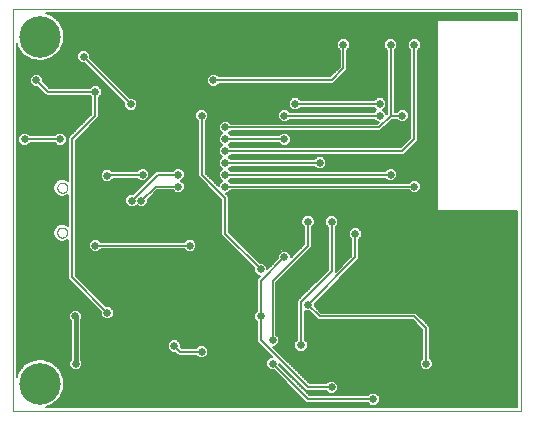
<source format=gbl>
G75*
%MOIN*%
%OFA0B0*%
%FSLAX25Y25*%
%IPPOS*%
%LPD*%
%AMOC8*
5,1,8,0,0,1.08239X$1,22.5*
%
%ADD10C,0.00000*%
%ADD11C,0.13843*%
%ADD12C,0.02578*%
%ADD13C,0.00800*%
%ADD14C,0.00600*%
%ADD15C,0.01600*%
D10*
X0001841Y0001300D02*
X0001841Y0135158D01*
X0171132Y0135158D01*
X0171132Y0001300D01*
X0001841Y0001300D01*
X0016703Y0060749D02*
X0016705Y0060830D01*
X0016711Y0060912D01*
X0016721Y0060993D01*
X0016735Y0061073D01*
X0016752Y0061152D01*
X0016774Y0061231D01*
X0016799Y0061308D01*
X0016828Y0061385D01*
X0016861Y0061459D01*
X0016898Y0061532D01*
X0016937Y0061603D01*
X0016981Y0061672D01*
X0017027Y0061739D01*
X0017077Y0061803D01*
X0017130Y0061865D01*
X0017186Y0061925D01*
X0017244Y0061981D01*
X0017306Y0062035D01*
X0017370Y0062086D01*
X0017436Y0062133D01*
X0017504Y0062177D01*
X0017575Y0062218D01*
X0017647Y0062255D01*
X0017722Y0062289D01*
X0017797Y0062319D01*
X0017875Y0062345D01*
X0017953Y0062368D01*
X0018032Y0062386D01*
X0018112Y0062401D01*
X0018193Y0062412D01*
X0018274Y0062419D01*
X0018356Y0062422D01*
X0018437Y0062421D01*
X0018518Y0062416D01*
X0018599Y0062407D01*
X0018680Y0062394D01*
X0018760Y0062377D01*
X0018838Y0062357D01*
X0018916Y0062332D01*
X0018993Y0062304D01*
X0019068Y0062272D01*
X0019141Y0062237D01*
X0019212Y0062198D01*
X0019282Y0062155D01*
X0019349Y0062110D01*
X0019415Y0062061D01*
X0019477Y0062009D01*
X0019537Y0061953D01*
X0019594Y0061895D01*
X0019649Y0061835D01*
X0019700Y0061771D01*
X0019748Y0061706D01*
X0019793Y0061638D01*
X0019835Y0061568D01*
X0019873Y0061496D01*
X0019908Y0061422D01*
X0019939Y0061347D01*
X0019966Y0061270D01*
X0019989Y0061192D01*
X0020009Y0061113D01*
X0020025Y0061033D01*
X0020037Y0060952D01*
X0020045Y0060871D01*
X0020049Y0060790D01*
X0020049Y0060708D01*
X0020045Y0060627D01*
X0020037Y0060546D01*
X0020025Y0060465D01*
X0020009Y0060385D01*
X0019989Y0060306D01*
X0019966Y0060228D01*
X0019939Y0060151D01*
X0019908Y0060076D01*
X0019873Y0060002D01*
X0019835Y0059930D01*
X0019793Y0059860D01*
X0019748Y0059792D01*
X0019700Y0059727D01*
X0019649Y0059663D01*
X0019594Y0059603D01*
X0019537Y0059545D01*
X0019477Y0059489D01*
X0019415Y0059437D01*
X0019349Y0059388D01*
X0019282Y0059343D01*
X0019213Y0059300D01*
X0019141Y0059261D01*
X0019068Y0059226D01*
X0018993Y0059194D01*
X0018916Y0059166D01*
X0018838Y0059141D01*
X0018760Y0059121D01*
X0018680Y0059104D01*
X0018599Y0059091D01*
X0018518Y0059082D01*
X0018437Y0059077D01*
X0018356Y0059076D01*
X0018274Y0059079D01*
X0018193Y0059086D01*
X0018112Y0059097D01*
X0018032Y0059112D01*
X0017953Y0059130D01*
X0017875Y0059153D01*
X0017797Y0059179D01*
X0017722Y0059209D01*
X0017647Y0059243D01*
X0017575Y0059280D01*
X0017504Y0059321D01*
X0017436Y0059365D01*
X0017370Y0059412D01*
X0017306Y0059463D01*
X0017244Y0059517D01*
X0017186Y0059573D01*
X0017130Y0059633D01*
X0017077Y0059695D01*
X0017027Y0059759D01*
X0016981Y0059826D01*
X0016937Y0059895D01*
X0016898Y0059966D01*
X0016861Y0060039D01*
X0016828Y0060113D01*
X0016799Y0060190D01*
X0016774Y0060267D01*
X0016752Y0060346D01*
X0016735Y0060425D01*
X0016721Y0060505D01*
X0016711Y0060586D01*
X0016705Y0060668D01*
X0016703Y0060749D01*
X0016703Y0075709D02*
X0016705Y0075790D01*
X0016711Y0075872D01*
X0016721Y0075953D01*
X0016735Y0076033D01*
X0016752Y0076112D01*
X0016774Y0076191D01*
X0016799Y0076268D01*
X0016828Y0076345D01*
X0016861Y0076419D01*
X0016898Y0076492D01*
X0016937Y0076563D01*
X0016981Y0076632D01*
X0017027Y0076699D01*
X0017077Y0076763D01*
X0017130Y0076825D01*
X0017186Y0076885D01*
X0017244Y0076941D01*
X0017306Y0076995D01*
X0017370Y0077046D01*
X0017436Y0077093D01*
X0017504Y0077137D01*
X0017575Y0077178D01*
X0017647Y0077215D01*
X0017722Y0077249D01*
X0017797Y0077279D01*
X0017875Y0077305D01*
X0017953Y0077328D01*
X0018032Y0077346D01*
X0018112Y0077361D01*
X0018193Y0077372D01*
X0018274Y0077379D01*
X0018356Y0077382D01*
X0018437Y0077381D01*
X0018518Y0077376D01*
X0018599Y0077367D01*
X0018680Y0077354D01*
X0018760Y0077337D01*
X0018838Y0077317D01*
X0018916Y0077292D01*
X0018993Y0077264D01*
X0019068Y0077232D01*
X0019141Y0077197D01*
X0019212Y0077158D01*
X0019282Y0077115D01*
X0019349Y0077070D01*
X0019415Y0077021D01*
X0019477Y0076969D01*
X0019537Y0076913D01*
X0019594Y0076855D01*
X0019649Y0076795D01*
X0019700Y0076731D01*
X0019748Y0076666D01*
X0019793Y0076598D01*
X0019835Y0076528D01*
X0019873Y0076456D01*
X0019908Y0076382D01*
X0019939Y0076307D01*
X0019966Y0076230D01*
X0019989Y0076152D01*
X0020009Y0076073D01*
X0020025Y0075993D01*
X0020037Y0075912D01*
X0020045Y0075831D01*
X0020049Y0075750D01*
X0020049Y0075668D01*
X0020045Y0075587D01*
X0020037Y0075506D01*
X0020025Y0075425D01*
X0020009Y0075345D01*
X0019989Y0075266D01*
X0019966Y0075188D01*
X0019939Y0075111D01*
X0019908Y0075036D01*
X0019873Y0074962D01*
X0019835Y0074890D01*
X0019793Y0074820D01*
X0019748Y0074752D01*
X0019700Y0074687D01*
X0019649Y0074623D01*
X0019594Y0074563D01*
X0019537Y0074505D01*
X0019477Y0074449D01*
X0019415Y0074397D01*
X0019349Y0074348D01*
X0019282Y0074303D01*
X0019213Y0074260D01*
X0019141Y0074221D01*
X0019068Y0074186D01*
X0018993Y0074154D01*
X0018916Y0074126D01*
X0018838Y0074101D01*
X0018760Y0074081D01*
X0018680Y0074064D01*
X0018599Y0074051D01*
X0018518Y0074042D01*
X0018437Y0074037D01*
X0018356Y0074036D01*
X0018274Y0074039D01*
X0018193Y0074046D01*
X0018112Y0074057D01*
X0018032Y0074072D01*
X0017953Y0074090D01*
X0017875Y0074113D01*
X0017797Y0074139D01*
X0017722Y0074169D01*
X0017647Y0074203D01*
X0017575Y0074240D01*
X0017504Y0074281D01*
X0017436Y0074325D01*
X0017370Y0074372D01*
X0017306Y0074423D01*
X0017244Y0074477D01*
X0017186Y0074533D01*
X0017130Y0074593D01*
X0017077Y0074655D01*
X0017027Y0074719D01*
X0016981Y0074786D01*
X0016937Y0074855D01*
X0016898Y0074926D01*
X0016861Y0074999D01*
X0016828Y0075073D01*
X0016799Y0075150D01*
X0016774Y0075227D01*
X0016752Y0075306D01*
X0016735Y0075385D01*
X0016721Y0075465D01*
X0016711Y0075546D01*
X0016705Y0075628D01*
X0016703Y0075709D01*
D11*
X0010896Y0126103D03*
X0010896Y0010355D03*
D12*
X0022904Y0017048D03*
X0037274Y0017048D03*
X0045148Y0020985D03*
X0045148Y0028859D03*
X0055698Y0022954D03*
X0064833Y0020985D03*
X0080581Y0020985D03*
X0088455Y0017048D03*
X0097960Y0023291D03*
X0104203Y0020985D03*
X0108140Y0009174D03*
X0121919Y0005237D03*
X0139636Y0017048D03*
X0127825Y0024922D03*
X0151447Y0032796D03*
X0147510Y0056418D03*
X0135699Y0076103D03*
X0127825Y0080040D03*
X0116014Y0091851D03*
X0124208Y0099725D03*
X0124208Y0103662D03*
X0131762Y0099725D03*
X0131762Y0115473D03*
X0135699Y0123347D03*
X0127825Y0123347D03*
X0112077Y0123347D03*
X0104203Y0107599D03*
X0096008Y0103662D03*
X0092392Y0099725D03*
X0084518Y0103662D03*
X0072707Y0095788D03*
X0072707Y0091851D03*
X0072707Y0087914D03*
X0072707Y0083977D03*
X0072707Y0080040D03*
X0072707Y0076103D03*
X0080581Y0064292D03*
X0084518Y0064292D03*
X0092392Y0052481D03*
X0084518Y0048544D03*
X0076644Y0044607D03*
X0064833Y0036733D03*
X0056959Y0044607D03*
X0045148Y0040670D03*
X0033337Y0040670D03*
X0033380Y0034021D03*
X0022707Y0032796D03*
X0013652Y0028859D03*
X0029400Y0056418D03*
X0041211Y0060355D03*
X0033337Y0068229D03*
X0041576Y0071379D03*
X0044754Y0071379D03*
X0045148Y0080040D03*
X0056959Y0080040D03*
X0056959Y0076103D03*
X0060896Y0060355D03*
X0060896Y0056418D03*
X0084518Y0032796D03*
X0092392Y0040670D03*
X0100266Y0036733D03*
X0088455Y0024922D03*
X0104203Y0052481D03*
X0112077Y0060355D03*
X0116014Y0060355D03*
X0108140Y0064292D03*
X0100266Y0064372D03*
X0104203Y0083977D03*
X0092392Y0091851D03*
X0068770Y0111536D03*
X0056959Y0115473D03*
X0056959Y0103662D03*
X0064833Y0099725D03*
X0056959Y0091851D03*
X0049085Y0099725D03*
X0041211Y0103554D03*
X0041211Y0095788D03*
X0029400Y0107599D03*
X0025463Y0111536D03*
X0017589Y0111536D03*
X0009715Y0111536D03*
X0025463Y0119410D03*
X0033337Y0119410D03*
X0041211Y0119410D03*
X0068770Y0131221D03*
X0084518Y0119410D03*
X0033337Y0079765D03*
X0017589Y0087914D03*
X0017589Y0091851D03*
X0005778Y0091851D03*
X0013652Y0064292D03*
D13*
X0029400Y0056418D02*
X0060896Y0056418D01*
X0072707Y0060355D02*
X0084518Y0048544D01*
X0084518Y0044607D02*
X0084518Y0032796D01*
X0084518Y0024922D01*
X0100266Y0009174D01*
X0108140Y0009174D01*
X0100266Y0005237D02*
X0121919Y0005237D01*
X0139636Y0017048D02*
X0139636Y0028859D01*
X0135699Y0032796D01*
X0104203Y0032796D01*
X0100266Y0036733D01*
X0116014Y0052481D01*
X0116014Y0060355D01*
X0108140Y0064292D02*
X0108140Y0047844D01*
X0097977Y0037681D01*
X0097977Y0023420D01*
X0097904Y0023347D01*
X0097960Y0023291D01*
X0088455Y0024922D02*
X0088455Y0044607D01*
X0100266Y0056418D01*
X0100266Y0064372D01*
X0092392Y0052481D02*
X0084518Y0044607D01*
X0072707Y0060355D02*
X0072707Y0072166D01*
X0064833Y0080040D01*
X0064833Y0099725D01*
X0072707Y0095788D02*
X0123888Y0095788D01*
X0127825Y0099725D01*
X0131762Y0099725D01*
X0127825Y0099725D02*
X0127825Y0123347D01*
X0135699Y0123347D02*
X0135699Y0091851D01*
X0131762Y0087914D01*
X0072707Y0087914D01*
X0072707Y0083977D02*
X0104203Y0083977D01*
X0092392Y0091851D02*
X0072707Y0091851D01*
X0072707Y0080040D02*
X0127825Y0080040D01*
X0135699Y0076103D02*
X0072707Y0076103D01*
X0056959Y0076103D02*
X0049478Y0076103D01*
X0044754Y0071379D01*
X0042465Y0072268D02*
X0042465Y0072327D01*
X0050178Y0080040D01*
X0056959Y0080040D01*
X0045148Y0080040D02*
X0033337Y0080040D01*
X0033337Y0079765D01*
X0041576Y0071379D02*
X0042465Y0072268D01*
X0021526Y0091851D02*
X0021526Y0045876D01*
X0033380Y0034021D01*
X0055698Y0022954D02*
X0057667Y0020985D01*
X0064833Y0020985D01*
X0088455Y0017048D02*
X0100266Y0005237D01*
X0021526Y0091851D02*
X0029400Y0099725D01*
X0029400Y0107599D01*
X0013652Y0107599D01*
X0009715Y0111536D01*
X0025463Y0119302D02*
X0025463Y0119410D01*
X0025463Y0119302D02*
X0041211Y0103554D01*
X0017589Y0091851D02*
X0005778Y0091851D01*
X0068770Y0111536D02*
X0108140Y0111536D01*
X0112077Y0115473D01*
X0112077Y0123347D01*
X0124208Y0103662D02*
X0096008Y0103662D01*
X0096329Y0103662D01*
X0092392Y0099725D02*
X0124208Y0099725D01*
D14*
X0122639Y0101251D02*
X0093961Y0101251D01*
X0094187Y0101025D02*
X0093298Y0101914D01*
X0091485Y0101914D01*
X0090203Y0100632D01*
X0090203Y0098818D01*
X0091485Y0097536D01*
X0093298Y0097536D01*
X0094187Y0098425D01*
X0122413Y0098425D01*
X0123302Y0097536D01*
X0123797Y0097536D01*
X0123349Y0097088D01*
X0074502Y0097088D01*
X0073613Y0097977D01*
X0071800Y0097977D01*
X0070518Y0096695D01*
X0070518Y0094881D01*
X0071580Y0093820D01*
X0070518Y0092758D01*
X0070518Y0090944D01*
X0071580Y0089883D01*
X0070518Y0088821D01*
X0070518Y0087007D01*
X0071580Y0085946D01*
X0070518Y0084884D01*
X0070518Y0083070D01*
X0071580Y0082009D01*
X0070518Y0080947D01*
X0070518Y0079133D01*
X0071580Y0078072D01*
X0070518Y0077010D01*
X0070518Y0076194D01*
X0066133Y0080579D01*
X0066133Y0097930D01*
X0067022Y0098818D01*
X0067022Y0100632D01*
X0065739Y0101914D01*
X0063926Y0101914D01*
X0062644Y0100632D01*
X0062644Y0098818D01*
X0063533Y0097930D01*
X0063533Y0079502D01*
X0071407Y0071628D01*
X0071407Y0059817D01*
X0082329Y0048895D01*
X0082329Y0047637D01*
X0083611Y0046355D01*
X0084427Y0046355D01*
X0083979Y0045907D01*
X0083218Y0045146D01*
X0083218Y0034592D01*
X0082329Y0033703D01*
X0082329Y0031889D01*
X0083218Y0031000D01*
X0083218Y0024384D01*
X0088364Y0019237D01*
X0087548Y0019237D01*
X0086266Y0017955D01*
X0086266Y0016141D01*
X0087548Y0014859D01*
X0088805Y0014859D01*
X0098966Y0004699D01*
X0099727Y0003937D01*
X0120124Y0003937D01*
X0121013Y0003048D01*
X0122826Y0003048D01*
X0124108Y0004330D01*
X0124108Y0006144D01*
X0122826Y0007426D01*
X0121013Y0007426D01*
X0120124Y0006537D01*
X0100804Y0006537D01*
X0090644Y0016698D01*
X0090644Y0016958D01*
X0098966Y0008636D01*
X0099727Y0007874D01*
X0106344Y0007874D01*
X0107233Y0006985D01*
X0109046Y0006985D01*
X0110329Y0008267D01*
X0110329Y0010081D01*
X0109046Y0011363D01*
X0107233Y0011363D01*
X0106344Y0010474D01*
X0100804Y0010474D01*
X0088545Y0022733D01*
X0089361Y0022733D01*
X0090644Y0024015D01*
X0090644Y0025829D01*
X0089755Y0026718D01*
X0089755Y0044069D01*
X0101566Y0055880D01*
X0101566Y0062576D01*
X0102455Y0063465D01*
X0102455Y0065278D01*
X0101172Y0066561D01*
X0099359Y0066561D01*
X0098077Y0065278D01*
X0098077Y0063465D01*
X0098966Y0062576D01*
X0098966Y0056957D01*
X0094581Y0052572D01*
X0094581Y0053388D01*
X0093298Y0054670D01*
X0091485Y0054670D01*
X0090203Y0053388D01*
X0090203Y0052131D01*
X0086707Y0048635D01*
X0086707Y0049451D01*
X0085424Y0050733D01*
X0084167Y0050733D01*
X0074007Y0060894D01*
X0074007Y0072705D01*
X0072797Y0073914D01*
X0073613Y0073914D01*
X0074502Y0074803D01*
X0133903Y0074803D01*
X0134792Y0073914D01*
X0136606Y0073914D01*
X0137888Y0075196D01*
X0137888Y0077010D01*
X0136606Y0078292D01*
X0134792Y0078292D01*
X0133903Y0077403D01*
X0074502Y0077403D01*
X0073834Y0078072D01*
X0074502Y0078740D01*
X0126029Y0078740D01*
X0126918Y0077851D01*
X0128731Y0077851D01*
X0130014Y0079133D01*
X0130014Y0080947D01*
X0128731Y0082229D01*
X0126918Y0082229D01*
X0126029Y0081340D01*
X0074502Y0081340D01*
X0073834Y0082009D01*
X0074502Y0082677D01*
X0102407Y0082677D01*
X0103296Y0081788D01*
X0105109Y0081788D01*
X0106392Y0083070D01*
X0106392Y0084884D01*
X0105109Y0086166D01*
X0103296Y0086166D01*
X0102407Y0085277D01*
X0074502Y0085277D01*
X0073834Y0085946D01*
X0074502Y0086614D01*
X0132300Y0086614D01*
X0136999Y0091313D01*
X0136999Y0121552D01*
X0137888Y0122441D01*
X0137888Y0124254D01*
X0136606Y0125536D01*
X0134792Y0125536D01*
X0133510Y0124254D01*
X0133510Y0122441D01*
X0134399Y0121552D01*
X0134399Y0092390D01*
X0131223Y0089214D01*
X0074502Y0089214D01*
X0073834Y0089883D01*
X0074502Y0090551D01*
X0090596Y0090551D01*
X0091485Y0089662D01*
X0093298Y0089662D01*
X0094581Y0090944D01*
X0094581Y0092758D01*
X0093298Y0094040D01*
X0091485Y0094040D01*
X0090596Y0093151D01*
X0074502Y0093151D01*
X0073834Y0093820D01*
X0074502Y0094488D01*
X0124426Y0094488D01*
X0128363Y0098425D01*
X0129966Y0098425D01*
X0130855Y0097536D01*
X0132669Y0097536D01*
X0133951Y0098818D01*
X0133951Y0100632D01*
X0132669Y0101914D01*
X0130855Y0101914D01*
X0129966Y0101025D01*
X0129125Y0101025D01*
X0129125Y0121552D01*
X0130014Y0122441D01*
X0130014Y0124254D01*
X0128731Y0125536D01*
X0126918Y0125536D01*
X0125636Y0124254D01*
X0125636Y0122441D01*
X0126525Y0121552D01*
X0126525Y0100264D01*
X0126397Y0100136D01*
X0126397Y0100632D01*
X0125335Y0101694D01*
X0126397Y0102755D01*
X0126397Y0104569D01*
X0125115Y0105851D01*
X0123302Y0105851D01*
X0122413Y0104962D01*
X0097804Y0104962D01*
X0096915Y0105851D01*
X0095102Y0105851D01*
X0093819Y0104569D01*
X0093819Y0102755D01*
X0095102Y0101473D01*
X0096915Y0101473D01*
X0097804Y0102362D01*
X0122413Y0102362D01*
X0123081Y0101694D01*
X0122413Y0101025D01*
X0094187Y0101025D01*
X0094725Y0101850D02*
X0093363Y0101850D01*
X0094126Y0102448D02*
X0043200Y0102448D01*
X0043400Y0102648D02*
X0042117Y0101365D01*
X0040304Y0101365D01*
X0039022Y0102648D01*
X0039022Y0103905D01*
X0025705Y0117221D01*
X0024556Y0117221D01*
X0023274Y0118504D01*
X0023274Y0120317D01*
X0024556Y0121599D01*
X0026369Y0121599D01*
X0027652Y0120317D01*
X0027652Y0118952D01*
X0040860Y0105743D01*
X0042117Y0105743D01*
X0043400Y0104461D01*
X0043400Y0102648D01*
X0043400Y0103047D02*
X0093819Y0103047D01*
X0093819Y0103645D02*
X0043400Y0103645D01*
X0043400Y0104244D02*
X0093819Y0104244D01*
X0094093Y0104842D02*
X0043018Y0104842D01*
X0042420Y0105441D02*
X0094691Y0105441D01*
X0097325Y0105441D02*
X0122891Y0105441D01*
X0125525Y0105441D02*
X0126525Y0105441D01*
X0126525Y0106039D02*
X0040564Y0106039D01*
X0039965Y0106638D02*
X0126525Y0106638D01*
X0126525Y0107237D02*
X0039367Y0107237D01*
X0038768Y0107835D02*
X0126525Y0107835D01*
X0126525Y0108434D02*
X0038170Y0108434D01*
X0037571Y0109032D02*
X0126525Y0109032D01*
X0126525Y0109631D02*
X0069960Y0109631D01*
X0069676Y0109347D02*
X0070565Y0110236D01*
X0108678Y0110236D01*
X0112615Y0114173D01*
X0113377Y0114935D01*
X0113377Y0121552D01*
X0114266Y0122441D01*
X0114266Y0124254D01*
X0112983Y0125536D01*
X0111170Y0125536D01*
X0109888Y0124254D01*
X0109888Y0122441D01*
X0110777Y0121552D01*
X0110777Y0116012D01*
X0107601Y0112836D01*
X0070565Y0112836D01*
X0069676Y0113725D01*
X0067863Y0113725D01*
X0066581Y0112443D01*
X0066581Y0110630D01*
X0067863Y0109347D01*
X0069676Y0109347D01*
X0070558Y0110229D02*
X0126525Y0110229D01*
X0126525Y0110828D02*
X0109270Y0110828D01*
X0109868Y0111426D02*
X0126525Y0111426D01*
X0126525Y0112025D02*
X0110467Y0112025D01*
X0111065Y0112623D02*
X0126525Y0112623D01*
X0126525Y0113222D02*
X0111664Y0113222D01*
X0112262Y0113820D02*
X0126525Y0113820D01*
X0126525Y0114419D02*
X0112861Y0114419D01*
X0113377Y0115017D02*
X0126525Y0115017D01*
X0126525Y0115616D02*
X0113377Y0115616D01*
X0113377Y0116214D02*
X0126525Y0116214D01*
X0126525Y0116813D02*
X0113377Y0116813D01*
X0113377Y0117411D02*
X0126525Y0117411D01*
X0126525Y0118010D02*
X0113377Y0118010D01*
X0113377Y0118608D02*
X0126525Y0118608D01*
X0126525Y0119207D02*
X0113377Y0119207D01*
X0113377Y0119805D02*
X0126525Y0119805D01*
X0126525Y0120404D02*
X0113377Y0120404D01*
X0113377Y0121002D02*
X0126525Y0121002D01*
X0126476Y0121601D02*
X0113426Y0121601D01*
X0114024Y0122199D02*
X0125877Y0122199D01*
X0125636Y0122798D02*
X0114266Y0122798D01*
X0114266Y0123396D02*
X0125636Y0123396D01*
X0125636Y0123995D02*
X0114266Y0123995D01*
X0113926Y0124593D02*
X0125975Y0124593D01*
X0126574Y0125192D02*
X0113328Y0125192D01*
X0110826Y0125192D02*
X0018953Y0125192D01*
X0018953Y0125790D02*
X0143273Y0125790D01*
X0143273Y0125192D02*
X0136950Y0125192D01*
X0137548Y0124593D02*
X0143273Y0124593D01*
X0143273Y0123995D02*
X0137888Y0123995D01*
X0137888Y0123396D02*
X0143273Y0123396D01*
X0143273Y0122798D02*
X0137888Y0122798D01*
X0137647Y0122199D02*
X0143273Y0122199D01*
X0143273Y0121601D02*
X0137048Y0121601D01*
X0136999Y0121002D02*
X0143273Y0121002D01*
X0143273Y0120404D02*
X0136999Y0120404D01*
X0136999Y0119805D02*
X0143273Y0119805D01*
X0143273Y0119207D02*
X0136999Y0119207D01*
X0136999Y0118608D02*
X0143273Y0118608D01*
X0143273Y0118010D02*
X0136999Y0118010D01*
X0136999Y0117411D02*
X0143273Y0117411D01*
X0143273Y0116813D02*
X0136999Y0116813D01*
X0136999Y0116214D02*
X0143273Y0116214D01*
X0143273Y0115616D02*
X0136999Y0115616D01*
X0136999Y0115017D02*
X0143273Y0115017D01*
X0143273Y0114419D02*
X0136999Y0114419D01*
X0136999Y0113820D02*
X0143273Y0113820D01*
X0143273Y0113222D02*
X0136999Y0113222D01*
X0136999Y0112623D02*
X0143273Y0112623D01*
X0143273Y0112025D02*
X0136999Y0112025D01*
X0136999Y0111426D02*
X0143273Y0111426D01*
X0143273Y0110828D02*
X0136999Y0110828D01*
X0136999Y0110229D02*
X0143273Y0110229D01*
X0143273Y0109631D02*
X0136999Y0109631D01*
X0136999Y0109032D02*
X0143273Y0109032D01*
X0143273Y0108434D02*
X0136999Y0108434D01*
X0136999Y0107835D02*
X0143273Y0107835D01*
X0143273Y0107237D02*
X0136999Y0107237D01*
X0136999Y0106638D02*
X0143273Y0106638D01*
X0143273Y0106039D02*
X0136999Y0106039D01*
X0136999Y0105441D02*
X0143273Y0105441D01*
X0143273Y0104842D02*
X0136999Y0104842D01*
X0136999Y0104244D02*
X0143273Y0104244D01*
X0143273Y0103645D02*
X0136999Y0103645D01*
X0136999Y0103047D02*
X0143273Y0103047D01*
X0143273Y0102448D02*
X0136999Y0102448D01*
X0136999Y0101850D02*
X0143273Y0101850D01*
X0143273Y0101251D02*
X0136999Y0101251D01*
X0136999Y0100653D02*
X0143273Y0100653D01*
X0143273Y0100054D02*
X0136999Y0100054D01*
X0136999Y0099456D02*
X0143273Y0099456D01*
X0143273Y0098857D02*
X0136999Y0098857D01*
X0136999Y0098259D02*
X0143273Y0098259D01*
X0143273Y0097660D02*
X0136999Y0097660D01*
X0136999Y0097062D02*
X0143273Y0097062D01*
X0143273Y0096463D02*
X0136999Y0096463D01*
X0136999Y0095865D02*
X0143273Y0095865D01*
X0143273Y0095266D02*
X0136999Y0095266D01*
X0136999Y0094668D02*
X0143273Y0094668D01*
X0143273Y0094069D02*
X0136999Y0094069D01*
X0136999Y0093471D02*
X0143273Y0093471D01*
X0143273Y0092872D02*
X0136999Y0092872D01*
X0136999Y0092274D02*
X0143273Y0092274D01*
X0143273Y0091675D02*
X0136999Y0091675D01*
X0136763Y0091077D02*
X0143273Y0091077D01*
X0143273Y0090478D02*
X0136164Y0090478D01*
X0135566Y0089880D02*
X0143273Y0089880D01*
X0143273Y0089281D02*
X0134967Y0089281D01*
X0134369Y0088683D02*
X0143273Y0088683D01*
X0143273Y0088084D02*
X0133770Y0088084D01*
X0133172Y0087486D02*
X0143273Y0087486D01*
X0143273Y0086887D02*
X0132573Y0086887D01*
X0131290Y0089281D02*
X0074435Y0089281D01*
X0073837Y0089880D02*
X0091268Y0089880D01*
X0090669Y0090478D02*
X0074429Y0090478D01*
X0071577Y0089880D02*
X0066133Y0089880D01*
X0066133Y0090478D02*
X0070984Y0090478D01*
X0070518Y0091077D02*
X0066133Y0091077D01*
X0066133Y0091675D02*
X0070518Y0091675D01*
X0070518Y0092274D02*
X0066133Y0092274D01*
X0066133Y0092872D02*
X0070632Y0092872D01*
X0071231Y0093471D02*
X0066133Y0093471D01*
X0066133Y0094069D02*
X0071330Y0094069D01*
X0070731Y0094668D02*
X0066133Y0094668D01*
X0066133Y0095266D02*
X0070518Y0095266D01*
X0070518Y0095865D02*
X0066133Y0095865D01*
X0066133Y0096463D02*
X0070518Y0096463D01*
X0070885Y0097062D02*
X0066133Y0097062D01*
X0066133Y0097660D02*
X0071483Y0097660D01*
X0073930Y0097660D02*
X0091361Y0097660D01*
X0090762Y0098259D02*
X0066462Y0098259D01*
X0067022Y0098857D02*
X0090203Y0098857D01*
X0090203Y0099456D02*
X0067022Y0099456D01*
X0067022Y0100054D02*
X0090203Y0100054D01*
X0090224Y0100653D02*
X0067001Y0100653D01*
X0066402Y0101251D02*
X0090822Y0101251D01*
X0091421Y0101850D02*
X0065804Y0101850D01*
X0063862Y0101850D02*
X0042602Y0101850D01*
X0039819Y0101850D02*
X0030700Y0101850D01*
X0030700Y0102448D02*
X0039221Y0102448D01*
X0039022Y0103047D02*
X0030700Y0103047D01*
X0030700Y0103645D02*
X0039022Y0103645D01*
X0038683Y0104244D02*
X0030700Y0104244D01*
X0030700Y0104842D02*
X0038084Y0104842D01*
X0037486Y0105441D02*
X0030700Y0105441D01*
X0030700Y0105804D02*
X0031589Y0106693D01*
X0031589Y0108506D01*
X0030306Y0109788D01*
X0028493Y0109788D01*
X0027604Y0108899D01*
X0014190Y0108899D01*
X0011904Y0111186D01*
X0011904Y0112443D01*
X0010621Y0113725D01*
X0008808Y0113725D01*
X0007526Y0112443D01*
X0007526Y0110630D01*
X0008808Y0109347D01*
X0010065Y0109347D01*
X0012352Y0107061D01*
X0013113Y0106299D01*
X0027604Y0106299D01*
X0028100Y0105804D01*
X0028100Y0100264D01*
X0020987Y0093151D01*
X0020226Y0092390D01*
X0020226Y0078065D01*
X0020060Y0078230D01*
X0018967Y0078683D01*
X0017785Y0078683D01*
X0016692Y0078230D01*
X0015855Y0077394D01*
X0015403Y0076301D01*
X0015403Y0075118D01*
X0015855Y0074025D01*
X0016692Y0073189D01*
X0017785Y0072736D01*
X0018967Y0072736D01*
X0020060Y0073189D01*
X0020226Y0073354D01*
X0020226Y0063104D01*
X0020060Y0063269D01*
X0018967Y0063722D01*
X0017785Y0063722D01*
X0016692Y0063269D01*
X0015855Y0062433D01*
X0015403Y0061340D01*
X0015403Y0060157D01*
X0015855Y0059065D01*
X0016692Y0058228D01*
X0017785Y0057776D01*
X0018967Y0057776D01*
X0020060Y0058228D01*
X0020226Y0058394D01*
X0020226Y0045337D01*
X0020987Y0044576D01*
X0031191Y0034371D01*
X0031191Y0033114D01*
X0032474Y0031832D01*
X0034287Y0031832D01*
X0035569Y0033114D01*
X0035569Y0034928D01*
X0034287Y0036210D01*
X0033030Y0036210D01*
X0022826Y0046414D01*
X0022826Y0091313D01*
X0030700Y0099187D01*
X0030700Y0105804D01*
X0030936Y0106039D02*
X0036887Y0106039D01*
X0036288Y0106638D02*
X0031534Y0106638D01*
X0031589Y0107237D02*
X0035690Y0107237D01*
X0035091Y0107835D02*
X0031589Y0107835D01*
X0031589Y0108434D02*
X0034493Y0108434D01*
X0033894Y0109032D02*
X0031062Y0109032D01*
X0030464Y0109631D02*
X0033296Y0109631D01*
X0032697Y0110229D02*
X0012860Y0110229D01*
X0012262Y0110828D02*
X0032099Y0110828D01*
X0031500Y0111426D02*
X0011904Y0111426D01*
X0011904Y0112025D02*
X0030902Y0112025D01*
X0030303Y0112623D02*
X0011723Y0112623D01*
X0011125Y0113222D02*
X0029705Y0113222D01*
X0029106Y0113820D02*
X0003141Y0113820D01*
X0003141Y0113222D02*
X0008304Y0113222D01*
X0007706Y0112623D02*
X0003141Y0112623D01*
X0003141Y0112025D02*
X0007526Y0112025D01*
X0007526Y0111426D02*
X0003141Y0111426D01*
X0003141Y0110828D02*
X0007526Y0110828D01*
X0007926Y0110229D02*
X0003141Y0110229D01*
X0003141Y0109631D02*
X0008525Y0109631D01*
X0010380Y0109032D02*
X0003141Y0109032D01*
X0003141Y0108434D02*
X0010979Y0108434D01*
X0011577Y0107835D02*
X0003141Y0107835D01*
X0003141Y0107237D02*
X0012176Y0107237D01*
X0012774Y0106638D02*
X0003141Y0106638D01*
X0003141Y0106039D02*
X0027864Y0106039D01*
X0028100Y0105441D02*
X0003141Y0105441D01*
X0003141Y0104842D02*
X0028100Y0104842D01*
X0028100Y0104244D02*
X0003141Y0104244D01*
X0003141Y0103645D02*
X0028100Y0103645D01*
X0028100Y0103047D02*
X0003141Y0103047D01*
X0003141Y0102448D02*
X0028100Y0102448D01*
X0028100Y0101850D02*
X0003141Y0101850D01*
X0003141Y0101251D02*
X0028100Y0101251D01*
X0028100Y0100653D02*
X0003141Y0100653D01*
X0003141Y0100054D02*
X0027890Y0100054D01*
X0027292Y0099456D02*
X0003141Y0099456D01*
X0003141Y0098857D02*
X0026693Y0098857D01*
X0026095Y0098259D02*
X0003141Y0098259D01*
X0003141Y0097660D02*
X0025496Y0097660D01*
X0024898Y0097062D02*
X0003141Y0097062D01*
X0003141Y0096463D02*
X0024299Y0096463D01*
X0023701Y0095865D02*
X0003141Y0095865D01*
X0003141Y0095266D02*
X0023102Y0095266D01*
X0022504Y0094668D02*
X0003141Y0094668D01*
X0003141Y0094069D02*
X0021905Y0094069D01*
X0021307Y0093471D02*
X0019065Y0093471D01*
X0018495Y0094040D02*
X0019778Y0092758D01*
X0019778Y0090944D01*
X0018495Y0089662D01*
X0016682Y0089662D01*
X0015793Y0090551D01*
X0007573Y0090551D01*
X0006684Y0089662D01*
X0004871Y0089662D01*
X0003589Y0090944D01*
X0003589Y0092758D01*
X0004871Y0094040D01*
X0006684Y0094040D01*
X0007573Y0093151D01*
X0015793Y0093151D01*
X0016682Y0094040D01*
X0018495Y0094040D01*
X0019663Y0092872D02*
X0020708Y0092872D01*
X0020987Y0093151D02*
X0020987Y0093151D01*
X0020226Y0092274D02*
X0019778Y0092274D01*
X0019778Y0091675D02*
X0020226Y0091675D01*
X0020226Y0091077D02*
X0019778Y0091077D01*
X0020226Y0090478D02*
X0019311Y0090478D01*
X0018713Y0089880D02*
X0020226Y0089880D01*
X0020226Y0089281D02*
X0003141Y0089281D01*
X0003141Y0088683D02*
X0020226Y0088683D01*
X0020226Y0088084D02*
X0003141Y0088084D01*
X0003141Y0087486D02*
X0020226Y0087486D01*
X0020226Y0086887D02*
X0003141Y0086887D01*
X0003141Y0086289D02*
X0020226Y0086289D01*
X0020226Y0085690D02*
X0003141Y0085690D01*
X0003141Y0085092D02*
X0020226Y0085092D01*
X0020226Y0084493D02*
X0003141Y0084493D01*
X0003141Y0083895D02*
X0020226Y0083895D01*
X0020226Y0083296D02*
X0003141Y0083296D01*
X0003141Y0082698D02*
X0020226Y0082698D01*
X0020226Y0082099D02*
X0003141Y0082099D01*
X0003141Y0081501D02*
X0020226Y0081501D01*
X0020226Y0080902D02*
X0003141Y0080902D01*
X0003141Y0080303D02*
X0020226Y0080303D01*
X0020226Y0079705D02*
X0003141Y0079705D01*
X0003141Y0079106D02*
X0020226Y0079106D01*
X0020226Y0078508D02*
X0019389Y0078508D01*
X0017363Y0078508D02*
X0003141Y0078508D01*
X0003141Y0077909D02*
X0016371Y0077909D01*
X0015821Y0077311D02*
X0003141Y0077311D01*
X0003141Y0076712D02*
X0015573Y0076712D01*
X0015403Y0076114D02*
X0003141Y0076114D01*
X0003141Y0075515D02*
X0015403Y0075515D01*
X0015486Y0074917D02*
X0003141Y0074917D01*
X0003141Y0074318D02*
X0015734Y0074318D01*
X0016161Y0073720D02*
X0003141Y0073720D01*
X0003141Y0073121D02*
X0016855Y0073121D01*
X0019897Y0073121D02*
X0020226Y0073121D01*
X0020226Y0072523D02*
X0003141Y0072523D01*
X0003141Y0071924D02*
X0020226Y0071924D01*
X0020226Y0071326D02*
X0003141Y0071326D01*
X0003141Y0070727D02*
X0020226Y0070727D01*
X0020226Y0070129D02*
X0003141Y0070129D01*
X0003141Y0069530D02*
X0020226Y0069530D01*
X0020226Y0068932D02*
X0003141Y0068932D01*
X0003141Y0068333D02*
X0020226Y0068333D01*
X0020226Y0067735D02*
X0003141Y0067735D01*
X0003141Y0067136D02*
X0020226Y0067136D01*
X0020226Y0066538D02*
X0003141Y0066538D01*
X0003141Y0065939D02*
X0020226Y0065939D01*
X0020226Y0065341D02*
X0003141Y0065341D01*
X0003141Y0064742D02*
X0020226Y0064742D01*
X0020226Y0064144D02*
X0003141Y0064144D01*
X0003141Y0063545D02*
X0017358Y0063545D01*
X0016369Y0062947D02*
X0003141Y0062947D01*
X0003141Y0062348D02*
X0015820Y0062348D01*
X0015572Y0061750D02*
X0003141Y0061750D01*
X0003141Y0061151D02*
X0015403Y0061151D01*
X0015403Y0060553D02*
X0003141Y0060553D01*
X0003141Y0059954D02*
X0015487Y0059954D01*
X0015735Y0059356D02*
X0003141Y0059356D01*
X0003141Y0058757D02*
X0016163Y0058757D01*
X0016860Y0058159D02*
X0003141Y0058159D01*
X0003141Y0057560D02*
X0020226Y0057560D01*
X0020226Y0056962D02*
X0003141Y0056962D01*
X0003141Y0056363D02*
X0020226Y0056363D01*
X0020226Y0055765D02*
X0003141Y0055765D01*
X0003141Y0055166D02*
X0020226Y0055166D01*
X0020226Y0054568D02*
X0003141Y0054568D01*
X0003141Y0053969D02*
X0020226Y0053969D01*
X0020226Y0053370D02*
X0003141Y0053370D01*
X0003141Y0052772D02*
X0020226Y0052772D01*
X0020226Y0052173D02*
X0003141Y0052173D01*
X0003141Y0051575D02*
X0020226Y0051575D01*
X0020226Y0050976D02*
X0003141Y0050976D01*
X0003141Y0050378D02*
X0020226Y0050378D01*
X0020226Y0049779D02*
X0003141Y0049779D01*
X0003141Y0049181D02*
X0020226Y0049181D01*
X0020226Y0048582D02*
X0003141Y0048582D01*
X0003141Y0047984D02*
X0020226Y0047984D01*
X0020226Y0047385D02*
X0003141Y0047385D01*
X0003141Y0046787D02*
X0020226Y0046787D01*
X0020226Y0046188D02*
X0003141Y0046188D01*
X0003141Y0045590D02*
X0020226Y0045590D01*
X0020571Y0044991D02*
X0003141Y0044991D01*
X0003141Y0044393D02*
X0021170Y0044393D01*
X0021768Y0043794D02*
X0003141Y0043794D01*
X0003141Y0043196D02*
X0022367Y0043196D01*
X0022966Y0042597D02*
X0003141Y0042597D01*
X0003141Y0041999D02*
X0023564Y0041999D01*
X0024163Y0041400D02*
X0003141Y0041400D01*
X0003141Y0040802D02*
X0024761Y0040802D01*
X0025360Y0040203D02*
X0003141Y0040203D01*
X0003141Y0039605D02*
X0025958Y0039605D01*
X0026557Y0039006D02*
X0003141Y0039006D01*
X0003141Y0038408D02*
X0027155Y0038408D01*
X0027754Y0037809D02*
X0003141Y0037809D01*
X0003141Y0037211D02*
X0028352Y0037211D01*
X0028951Y0036612D02*
X0003141Y0036612D01*
X0003141Y0036014D02*
X0029549Y0036014D01*
X0030148Y0035415D02*
X0003141Y0035415D01*
X0003141Y0034817D02*
X0021632Y0034817D01*
X0021800Y0034985D02*
X0020518Y0033703D01*
X0020518Y0031889D01*
X0021204Y0031204D01*
X0021204Y0018444D01*
X0020715Y0017955D01*
X0020715Y0016141D01*
X0021997Y0014859D01*
X0023810Y0014859D01*
X0025093Y0016141D01*
X0025093Y0017955D01*
X0024604Y0018444D01*
X0024604Y0031597D01*
X0024896Y0031889D01*
X0024896Y0033703D01*
X0023613Y0034985D01*
X0021800Y0034985D01*
X0021033Y0034218D02*
X0003141Y0034218D01*
X0003141Y0033620D02*
X0020518Y0033620D01*
X0020518Y0033021D02*
X0003141Y0033021D01*
X0003141Y0032423D02*
X0020518Y0032423D01*
X0020583Y0031824D02*
X0003141Y0031824D01*
X0003141Y0031226D02*
X0021182Y0031226D01*
X0021204Y0030627D02*
X0003141Y0030627D01*
X0003141Y0030029D02*
X0021204Y0030029D01*
X0021204Y0029430D02*
X0003141Y0029430D01*
X0003141Y0028832D02*
X0021204Y0028832D01*
X0021204Y0028233D02*
X0003141Y0028233D01*
X0003141Y0027634D02*
X0021204Y0027634D01*
X0021204Y0027036D02*
X0003141Y0027036D01*
X0003141Y0026437D02*
X0021204Y0026437D01*
X0021204Y0025839D02*
X0003141Y0025839D01*
X0003141Y0025240D02*
X0021204Y0025240D01*
X0021204Y0024642D02*
X0003141Y0024642D01*
X0003141Y0024043D02*
X0021204Y0024043D01*
X0021204Y0023445D02*
X0003141Y0023445D01*
X0003141Y0022846D02*
X0021204Y0022846D01*
X0021204Y0022248D02*
X0003141Y0022248D01*
X0003141Y0021649D02*
X0021204Y0021649D01*
X0021204Y0021051D02*
X0003141Y0021051D01*
X0003141Y0020452D02*
X0021204Y0020452D01*
X0021204Y0019854D02*
X0003141Y0019854D01*
X0003141Y0019255D02*
X0021204Y0019255D01*
X0021204Y0018657D02*
X0003141Y0018657D01*
X0003141Y0018058D02*
X0008124Y0018058D01*
X0008350Y0018189D02*
X0005384Y0016476D01*
X0003371Y0013705D01*
X0003141Y0012622D01*
X0003141Y0123836D01*
X0003371Y0122753D01*
X0005384Y0119982D01*
X0008350Y0118269D01*
X0011757Y0117911D01*
X0015014Y0118970D01*
X0017560Y0121262D01*
X0018953Y0124391D01*
X0018953Y0127816D01*
X0017560Y0130945D01*
X0015014Y0133237D01*
X0013101Y0133858D01*
X0169832Y0133858D01*
X0169832Y0131521D01*
X0143449Y0131521D01*
X0143273Y0131346D01*
X0143273Y0068105D01*
X0143449Y0067929D01*
X0169832Y0067929D01*
X0169832Y0002600D01*
X0013101Y0002600D01*
X0015014Y0003222D01*
X0017560Y0005514D01*
X0018953Y0008643D01*
X0018953Y0012068D01*
X0017560Y0015197D01*
X0015014Y0017489D01*
X0011757Y0018547D01*
X0008350Y0018189D01*
X0007087Y0017460D02*
X0003141Y0017460D01*
X0003141Y0016861D02*
X0006051Y0016861D01*
X0005229Y0016263D02*
X0003141Y0016263D01*
X0003141Y0015664D02*
X0004794Y0015664D01*
X0004359Y0015066D02*
X0003141Y0015066D01*
X0003141Y0014467D02*
X0003924Y0014467D01*
X0003489Y0013869D02*
X0003141Y0013869D01*
X0003141Y0013270D02*
X0003278Y0013270D01*
X0003151Y0012672D02*
X0003141Y0012672D01*
X0013261Y0018058D02*
X0020818Y0018058D01*
X0020715Y0017460D02*
X0015046Y0017460D01*
X0015711Y0016861D02*
X0020715Y0016861D01*
X0020715Y0016263D02*
X0016376Y0016263D01*
X0017040Y0015664D02*
X0021192Y0015664D01*
X0021790Y0015066D02*
X0017618Y0015066D01*
X0017884Y0014467D02*
X0089197Y0014467D01*
X0089796Y0013869D02*
X0018151Y0013869D01*
X0018417Y0013270D02*
X0090394Y0013270D01*
X0090993Y0012672D02*
X0018684Y0012672D01*
X0018950Y0012073D02*
X0091591Y0012073D01*
X0092190Y0011475D02*
X0018953Y0011475D01*
X0018953Y0010876D02*
X0092788Y0010876D01*
X0093387Y0010278D02*
X0018953Y0010278D01*
X0018953Y0009679D02*
X0093985Y0009679D01*
X0094584Y0009081D02*
X0018953Y0009081D01*
X0018881Y0008482D02*
X0095182Y0008482D01*
X0095781Y0007884D02*
X0018615Y0007884D01*
X0018348Y0007285D02*
X0096379Y0007285D01*
X0096978Y0006687D02*
X0018082Y0006687D01*
X0017815Y0006088D02*
X0097576Y0006088D01*
X0098175Y0005490D02*
X0017533Y0005490D01*
X0016868Y0004891D02*
X0098773Y0004891D01*
X0099372Y0004293D02*
X0016204Y0004293D01*
X0015539Y0003694D02*
X0120367Y0003694D01*
X0120965Y0003096D02*
X0014626Y0003096D01*
X0024017Y0015066D02*
X0087341Y0015066D01*
X0086743Y0015664D02*
X0024615Y0015664D01*
X0025093Y0016263D02*
X0086266Y0016263D01*
X0086266Y0016861D02*
X0025093Y0016861D01*
X0025093Y0017460D02*
X0086266Y0017460D01*
X0086369Y0018058D02*
X0024989Y0018058D01*
X0024604Y0018657D02*
X0086968Y0018657D01*
X0087747Y0019854D02*
X0066797Y0019854D01*
X0067022Y0020078D02*
X0067022Y0021892D01*
X0065739Y0023174D01*
X0063926Y0023174D01*
X0063037Y0022285D01*
X0058205Y0022285D01*
X0057887Y0022603D01*
X0057887Y0023860D01*
X0056605Y0025143D01*
X0054791Y0025143D01*
X0053509Y0023860D01*
X0053509Y0022047D01*
X0054791Y0020765D01*
X0056049Y0020765D01*
X0056367Y0020447D01*
X0057128Y0019685D01*
X0063037Y0019685D01*
X0063926Y0018796D01*
X0065739Y0018796D01*
X0067022Y0020078D01*
X0067022Y0020452D02*
X0087149Y0020452D01*
X0086550Y0021051D02*
X0067022Y0021051D01*
X0067022Y0021649D02*
X0085952Y0021649D01*
X0085353Y0022248D02*
X0066665Y0022248D01*
X0066067Y0022846D02*
X0084755Y0022846D01*
X0084156Y0023445D02*
X0057887Y0023445D01*
X0057887Y0022846D02*
X0063598Y0022846D01*
X0063467Y0019255D02*
X0024604Y0019255D01*
X0024604Y0019854D02*
X0056959Y0019854D01*
X0056361Y0020452D02*
X0024604Y0020452D01*
X0024604Y0021051D02*
X0054505Y0021051D01*
X0053907Y0021649D02*
X0024604Y0021649D01*
X0024604Y0022248D02*
X0053509Y0022248D01*
X0053509Y0022846D02*
X0024604Y0022846D01*
X0024604Y0023445D02*
X0053509Y0023445D01*
X0053692Y0024043D02*
X0024604Y0024043D01*
X0024604Y0024642D02*
X0054291Y0024642D01*
X0057105Y0024642D02*
X0083218Y0024642D01*
X0083218Y0025240D02*
X0024604Y0025240D01*
X0024604Y0025839D02*
X0083218Y0025839D01*
X0083218Y0026437D02*
X0024604Y0026437D01*
X0024604Y0027036D02*
X0083218Y0027036D01*
X0083218Y0027634D02*
X0024604Y0027634D01*
X0024604Y0028233D02*
X0083218Y0028233D01*
X0083218Y0028832D02*
X0024604Y0028832D01*
X0024604Y0029430D02*
X0083218Y0029430D01*
X0083218Y0030029D02*
X0024604Y0030029D01*
X0024604Y0030627D02*
X0083218Y0030627D01*
X0082993Y0031226D02*
X0024604Y0031226D01*
X0024830Y0031824D02*
X0082394Y0031824D01*
X0082329Y0032423D02*
X0034878Y0032423D01*
X0035476Y0033021D02*
X0082329Y0033021D01*
X0082329Y0033620D02*
X0035569Y0033620D01*
X0035569Y0034218D02*
X0082844Y0034218D01*
X0083218Y0034817D02*
X0035569Y0034817D01*
X0035082Y0035415D02*
X0083218Y0035415D01*
X0083218Y0036014D02*
X0034483Y0036014D01*
X0032628Y0036612D02*
X0083218Y0036612D01*
X0083218Y0037211D02*
X0032029Y0037211D01*
X0031431Y0037809D02*
X0083218Y0037809D01*
X0083218Y0038408D02*
X0030832Y0038408D01*
X0030234Y0039006D02*
X0083218Y0039006D01*
X0083218Y0039605D02*
X0029635Y0039605D01*
X0029037Y0040203D02*
X0083218Y0040203D01*
X0083218Y0040802D02*
X0028438Y0040802D01*
X0027839Y0041400D02*
X0083218Y0041400D01*
X0083218Y0041999D02*
X0027241Y0041999D01*
X0026642Y0042597D02*
X0083218Y0042597D01*
X0083218Y0043196D02*
X0026044Y0043196D01*
X0025445Y0043794D02*
X0083218Y0043794D01*
X0083218Y0044393D02*
X0024847Y0044393D01*
X0024248Y0044991D02*
X0083218Y0044991D01*
X0083662Y0045590D02*
X0023650Y0045590D01*
X0023051Y0046188D02*
X0084261Y0046188D01*
X0083179Y0046787D02*
X0022826Y0046787D01*
X0022826Y0047385D02*
X0082581Y0047385D01*
X0082329Y0047984D02*
X0022826Y0047984D01*
X0022826Y0048582D02*
X0082329Y0048582D01*
X0082042Y0049181D02*
X0022826Y0049181D01*
X0022826Y0049779D02*
X0081444Y0049779D01*
X0080845Y0050378D02*
X0022826Y0050378D01*
X0022826Y0050976D02*
X0080247Y0050976D01*
X0079648Y0051575D02*
X0022826Y0051575D01*
X0022826Y0052173D02*
X0079050Y0052173D01*
X0078451Y0052772D02*
X0022826Y0052772D01*
X0022826Y0053370D02*
X0077853Y0053370D01*
X0077254Y0053969D02*
X0022826Y0053969D01*
X0022826Y0054568D02*
X0028155Y0054568D01*
X0028493Y0054229D02*
X0030306Y0054229D01*
X0031195Y0055118D01*
X0059100Y0055118D01*
X0059989Y0054229D01*
X0061802Y0054229D01*
X0063085Y0055511D01*
X0063085Y0057325D01*
X0061802Y0058607D01*
X0059989Y0058607D01*
X0059100Y0057718D01*
X0031195Y0057718D01*
X0030306Y0058607D01*
X0028493Y0058607D01*
X0027211Y0057325D01*
X0027211Y0055511D01*
X0028493Y0054229D01*
X0027556Y0055166D02*
X0022826Y0055166D01*
X0022826Y0055765D02*
X0027211Y0055765D01*
X0027211Y0056363D02*
X0022826Y0056363D01*
X0022826Y0056962D02*
X0027211Y0056962D01*
X0027446Y0057560D02*
X0022826Y0057560D01*
X0022826Y0058159D02*
X0028044Y0058159D01*
X0030755Y0058159D02*
X0059540Y0058159D01*
X0062251Y0058159D02*
X0073065Y0058159D01*
X0072466Y0058757D02*
X0022826Y0058757D01*
X0022826Y0059356D02*
X0071868Y0059356D01*
X0071407Y0059954D02*
X0022826Y0059954D01*
X0022826Y0060553D02*
X0071407Y0060553D01*
X0071407Y0061151D02*
X0022826Y0061151D01*
X0022826Y0061750D02*
X0071407Y0061750D01*
X0071407Y0062348D02*
X0022826Y0062348D01*
X0022826Y0062947D02*
X0071407Y0062947D01*
X0071407Y0063545D02*
X0022826Y0063545D01*
X0022826Y0064144D02*
X0071407Y0064144D01*
X0071407Y0064742D02*
X0022826Y0064742D01*
X0022826Y0065341D02*
X0071407Y0065341D01*
X0071407Y0065939D02*
X0022826Y0065939D01*
X0022826Y0066538D02*
X0071407Y0066538D01*
X0071407Y0067136D02*
X0022826Y0067136D01*
X0022826Y0067735D02*
X0071407Y0067735D01*
X0071407Y0068333D02*
X0022826Y0068333D01*
X0022826Y0068932D02*
X0071407Y0068932D01*
X0071407Y0069530D02*
X0046001Y0069530D01*
X0045661Y0069190D02*
X0046943Y0070472D01*
X0046943Y0071729D01*
X0050017Y0074803D01*
X0055163Y0074803D01*
X0056052Y0073914D01*
X0057865Y0073914D01*
X0059148Y0075196D01*
X0059148Y0077010D01*
X0058086Y0078072D01*
X0059148Y0079133D01*
X0059148Y0080947D01*
X0057865Y0082229D01*
X0056052Y0082229D01*
X0055163Y0081340D01*
X0049640Y0081340D01*
X0048878Y0080579D01*
X0041867Y0073568D01*
X0040669Y0073568D01*
X0039387Y0072285D01*
X0039387Y0070472D01*
X0040669Y0069190D01*
X0042483Y0069190D01*
X0043165Y0069872D01*
X0043847Y0069190D01*
X0045661Y0069190D01*
X0046600Y0070129D02*
X0071407Y0070129D01*
X0071407Y0070727D02*
X0046943Y0070727D01*
X0046943Y0071326D02*
X0071407Y0071326D01*
X0071110Y0071924D02*
X0047138Y0071924D01*
X0047737Y0072523D02*
X0070512Y0072523D01*
X0069913Y0073121D02*
X0048335Y0073121D01*
X0048934Y0073720D02*
X0069314Y0073720D01*
X0068716Y0074318D02*
X0058270Y0074318D01*
X0058868Y0074917D02*
X0068117Y0074917D01*
X0067519Y0075515D02*
X0059148Y0075515D01*
X0059148Y0076114D02*
X0066920Y0076114D01*
X0066322Y0076712D02*
X0059148Y0076712D01*
X0058847Y0077311D02*
X0065723Y0077311D01*
X0065125Y0077909D02*
X0058248Y0077909D01*
X0058522Y0078508D02*
X0064526Y0078508D01*
X0063928Y0079106D02*
X0059121Y0079106D01*
X0059148Y0079705D02*
X0063533Y0079705D01*
X0063533Y0080303D02*
X0059148Y0080303D01*
X0059148Y0080902D02*
X0063533Y0080902D01*
X0063533Y0081501D02*
X0058594Y0081501D01*
X0057995Y0082099D02*
X0063533Y0082099D01*
X0063533Y0082698D02*
X0022826Y0082698D01*
X0022826Y0083296D02*
X0063533Y0083296D01*
X0063533Y0083895D02*
X0022826Y0083895D01*
X0022826Y0084493D02*
X0063533Y0084493D01*
X0063533Y0085092D02*
X0022826Y0085092D01*
X0022826Y0085690D02*
X0063533Y0085690D01*
X0063533Y0086289D02*
X0022826Y0086289D01*
X0022826Y0086887D02*
X0063533Y0086887D01*
X0063533Y0087486D02*
X0022826Y0087486D01*
X0022826Y0088084D02*
X0063533Y0088084D01*
X0063533Y0088683D02*
X0022826Y0088683D01*
X0022826Y0089281D02*
X0063533Y0089281D01*
X0063533Y0089880D02*
X0022826Y0089880D01*
X0022826Y0090478D02*
X0063533Y0090478D01*
X0063533Y0091077D02*
X0022826Y0091077D01*
X0023188Y0091675D02*
X0063533Y0091675D01*
X0063533Y0092274D02*
X0023787Y0092274D01*
X0024385Y0092872D02*
X0063533Y0092872D01*
X0063533Y0093471D02*
X0024984Y0093471D01*
X0025582Y0094069D02*
X0063533Y0094069D01*
X0063533Y0094668D02*
X0026181Y0094668D01*
X0026779Y0095266D02*
X0063533Y0095266D01*
X0063533Y0095865D02*
X0027378Y0095865D01*
X0027976Y0096463D02*
X0063533Y0096463D01*
X0063533Y0097062D02*
X0028575Y0097062D01*
X0029173Y0097660D02*
X0063533Y0097660D01*
X0063203Y0098259D02*
X0029772Y0098259D01*
X0030370Y0098857D02*
X0062644Y0098857D01*
X0062644Y0099456D02*
X0030700Y0099456D01*
X0030700Y0100054D02*
X0062644Y0100054D01*
X0062665Y0100653D02*
X0030700Y0100653D01*
X0030700Y0101251D02*
X0063263Y0101251D01*
X0067580Y0109631D02*
X0036973Y0109631D01*
X0036374Y0110229D02*
X0066981Y0110229D01*
X0066581Y0110828D02*
X0035776Y0110828D01*
X0035177Y0111426D02*
X0066581Y0111426D01*
X0066581Y0112025D02*
X0034579Y0112025D01*
X0033980Y0112623D02*
X0066761Y0112623D01*
X0067359Y0113222D02*
X0033382Y0113222D01*
X0032783Y0113820D02*
X0108585Y0113820D01*
X0107987Y0113222D02*
X0070180Y0113222D01*
X0074083Y0094069D02*
X0134399Y0094069D01*
X0134399Y0093471D02*
X0093868Y0093471D01*
X0094466Y0092872D02*
X0134399Y0092872D01*
X0134283Y0092274D02*
X0094581Y0092274D01*
X0094581Y0091675D02*
X0133684Y0091675D01*
X0133086Y0091077D02*
X0094581Y0091077D01*
X0094114Y0090478D02*
X0132487Y0090478D01*
X0131889Y0089880D02*
X0093516Y0089880D01*
X0090916Y0093471D02*
X0074183Y0093471D01*
X0070978Y0089281D02*
X0066133Y0089281D01*
X0066133Y0088683D02*
X0070518Y0088683D01*
X0070518Y0088084D02*
X0066133Y0088084D01*
X0066133Y0087486D02*
X0070518Y0087486D01*
X0070638Y0086887D02*
X0066133Y0086887D01*
X0066133Y0086289D02*
X0071237Y0086289D01*
X0071324Y0085690D02*
X0066133Y0085690D01*
X0066133Y0085092D02*
X0070725Y0085092D01*
X0070518Y0084493D02*
X0066133Y0084493D01*
X0066133Y0083895D02*
X0070518Y0083895D01*
X0070518Y0083296D02*
X0066133Y0083296D01*
X0066133Y0082698D02*
X0070891Y0082698D01*
X0071489Y0082099D02*
X0066133Y0082099D01*
X0066133Y0081501D02*
X0071071Y0081501D01*
X0070518Y0080902D02*
X0066133Y0080902D01*
X0066408Y0080303D02*
X0070518Y0080303D01*
X0070518Y0079705D02*
X0067006Y0079705D01*
X0067605Y0079106D02*
X0070545Y0079106D01*
X0071143Y0078508D02*
X0068203Y0078508D01*
X0068802Y0077909D02*
X0071417Y0077909D01*
X0070819Y0077311D02*
X0069400Y0077311D01*
X0069999Y0076712D02*
X0070518Y0076712D01*
X0073996Y0077909D02*
X0126860Y0077909D01*
X0126261Y0078508D02*
X0074270Y0078508D01*
X0074342Y0081501D02*
X0126189Y0081501D01*
X0126788Y0082099D02*
X0105420Y0082099D01*
X0106019Y0082698D02*
X0143273Y0082698D01*
X0143273Y0083296D02*
X0106392Y0083296D01*
X0106392Y0083895D02*
X0143273Y0083895D01*
X0143273Y0084493D02*
X0106392Y0084493D01*
X0106184Y0085092D02*
X0143273Y0085092D01*
X0143273Y0085690D02*
X0105585Y0085690D01*
X0102820Y0085690D02*
X0074089Y0085690D01*
X0074177Y0086289D02*
X0143273Y0086289D01*
X0143273Y0082099D02*
X0128862Y0082099D01*
X0129460Y0081501D02*
X0143273Y0081501D01*
X0143273Y0080902D02*
X0130014Y0080902D01*
X0130014Y0080303D02*
X0143273Y0080303D01*
X0143273Y0079705D02*
X0130014Y0079705D01*
X0129987Y0079106D02*
X0143273Y0079106D01*
X0143273Y0078508D02*
X0129388Y0078508D01*
X0128790Y0077909D02*
X0134409Y0077909D01*
X0136988Y0077909D02*
X0143273Y0077909D01*
X0143273Y0077311D02*
X0137587Y0077311D01*
X0137888Y0076712D02*
X0143273Y0076712D01*
X0143273Y0076114D02*
X0137888Y0076114D01*
X0137888Y0075515D02*
X0143273Y0075515D01*
X0143273Y0074917D02*
X0137608Y0074917D01*
X0137010Y0074318D02*
X0143273Y0074318D01*
X0143273Y0073720D02*
X0072991Y0073720D01*
X0073590Y0073121D02*
X0143273Y0073121D01*
X0143273Y0072523D02*
X0074007Y0072523D01*
X0074007Y0071924D02*
X0143273Y0071924D01*
X0143273Y0071326D02*
X0074007Y0071326D01*
X0074007Y0070727D02*
X0143273Y0070727D01*
X0143273Y0070129D02*
X0074007Y0070129D01*
X0074007Y0069530D02*
X0143273Y0069530D01*
X0143273Y0068932D02*
X0074007Y0068932D01*
X0074007Y0068333D02*
X0143273Y0068333D01*
X0134388Y0074318D02*
X0074018Y0074318D01*
X0074007Y0067735D02*
X0169832Y0067735D01*
X0169832Y0067136D02*
X0074007Y0067136D01*
X0074007Y0066538D02*
X0099336Y0066538D01*
X0098738Y0065939D02*
X0074007Y0065939D01*
X0074007Y0065341D02*
X0098139Y0065341D01*
X0098077Y0064742D02*
X0074007Y0064742D01*
X0074007Y0064144D02*
X0098077Y0064144D01*
X0098077Y0063545D02*
X0074007Y0063545D01*
X0074007Y0062947D02*
X0098595Y0062947D01*
X0098966Y0062348D02*
X0074007Y0062348D01*
X0074007Y0061750D02*
X0098966Y0061750D01*
X0098966Y0061151D02*
X0074007Y0061151D01*
X0074348Y0060553D02*
X0098966Y0060553D01*
X0098966Y0059954D02*
X0074946Y0059954D01*
X0075545Y0059356D02*
X0098966Y0059356D01*
X0098966Y0058757D02*
X0076143Y0058757D01*
X0076742Y0058159D02*
X0098966Y0058159D01*
X0098966Y0057560D02*
X0077340Y0057560D01*
X0077939Y0056962D02*
X0098966Y0056962D01*
X0098372Y0056363D02*
X0078537Y0056363D01*
X0079136Y0055765D02*
X0097774Y0055765D01*
X0097175Y0055166D02*
X0079734Y0055166D01*
X0080333Y0054568D02*
X0091382Y0054568D01*
X0090784Y0053969D02*
X0080931Y0053969D01*
X0081530Y0053370D02*
X0090203Y0053370D01*
X0090203Y0052772D02*
X0082128Y0052772D01*
X0082727Y0052173D02*
X0090203Y0052173D01*
X0089647Y0051575D02*
X0083325Y0051575D01*
X0083924Y0050976D02*
X0089049Y0050976D01*
X0088450Y0050378D02*
X0085780Y0050378D01*
X0086378Y0049779D02*
X0087852Y0049779D01*
X0087253Y0049181D02*
X0086707Y0049181D01*
X0091276Y0045590D02*
X0104047Y0045590D01*
X0104645Y0046188D02*
X0091874Y0046188D01*
X0092473Y0046787D02*
X0105244Y0046787D01*
X0105842Y0047385D02*
X0093071Y0047385D01*
X0093670Y0047984D02*
X0106441Y0047984D01*
X0106840Y0048383D02*
X0096677Y0038220D01*
X0096677Y0025104D01*
X0095771Y0024198D01*
X0095771Y0022384D01*
X0097053Y0021102D01*
X0098866Y0021102D01*
X0100149Y0022384D01*
X0100149Y0024198D01*
X0099277Y0025070D01*
X0099277Y0034626D01*
X0099359Y0034544D01*
X0100616Y0034544D01*
X0102903Y0032258D01*
X0103664Y0031496D01*
X0135160Y0031496D01*
X0138336Y0028321D01*
X0138336Y0018844D01*
X0137447Y0017955D01*
X0137447Y0016141D01*
X0138729Y0014859D01*
X0140543Y0014859D01*
X0141825Y0016141D01*
X0141825Y0017955D01*
X0140936Y0018844D01*
X0140936Y0029398D01*
X0140174Y0030159D01*
X0136237Y0034096D01*
X0104741Y0034096D01*
X0102455Y0036383D01*
X0102455Y0037084D01*
X0116552Y0051181D01*
X0117314Y0051943D01*
X0117314Y0058559D01*
X0118203Y0059448D01*
X0118203Y0061262D01*
X0116920Y0062544D01*
X0115107Y0062544D01*
X0113825Y0061262D01*
X0113825Y0059448D01*
X0114714Y0058559D01*
X0114714Y0053020D01*
X0109440Y0047746D01*
X0109440Y0062496D01*
X0110329Y0063385D01*
X0110329Y0065199D01*
X0109046Y0066481D01*
X0107233Y0066481D01*
X0105951Y0065199D01*
X0105951Y0063385D01*
X0106840Y0062496D01*
X0106840Y0048383D01*
X0106840Y0048582D02*
X0094269Y0048582D01*
X0094867Y0049181D02*
X0106840Y0049181D01*
X0106840Y0049779D02*
X0095466Y0049779D01*
X0096064Y0050378D02*
X0106840Y0050378D01*
X0106840Y0050976D02*
X0096663Y0050976D01*
X0097261Y0051575D02*
X0106840Y0051575D01*
X0106840Y0052173D02*
X0097860Y0052173D01*
X0098458Y0052772D02*
X0106840Y0052772D01*
X0106840Y0053370D02*
X0099057Y0053370D01*
X0099655Y0053969D02*
X0106840Y0053969D01*
X0106840Y0054568D02*
X0100254Y0054568D01*
X0100852Y0055166D02*
X0106840Y0055166D01*
X0106840Y0055765D02*
X0101451Y0055765D01*
X0101566Y0056363D02*
X0106840Y0056363D01*
X0106840Y0056962D02*
X0101566Y0056962D01*
X0101566Y0057560D02*
X0106840Y0057560D01*
X0106840Y0058159D02*
X0101566Y0058159D01*
X0101566Y0058757D02*
X0106840Y0058757D01*
X0106840Y0059356D02*
X0101566Y0059356D01*
X0101566Y0059954D02*
X0106840Y0059954D01*
X0106840Y0060553D02*
X0101566Y0060553D01*
X0101566Y0061151D02*
X0106840Y0061151D01*
X0106840Y0061750D02*
X0101566Y0061750D01*
X0101566Y0062348D02*
X0106840Y0062348D01*
X0106390Y0062947D02*
X0101936Y0062947D01*
X0102455Y0063545D02*
X0105951Y0063545D01*
X0105951Y0064144D02*
X0102455Y0064144D01*
X0102455Y0064742D02*
X0105951Y0064742D01*
X0106093Y0065341D02*
X0102392Y0065341D01*
X0101794Y0065939D02*
X0106691Y0065939D01*
X0109588Y0065939D02*
X0169832Y0065939D01*
X0169832Y0065341D02*
X0110187Y0065341D01*
X0110329Y0064742D02*
X0169832Y0064742D01*
X0169832Y0064144D02*
X0110329Y0064144D01*
X0110329Y0063545D02*
X0169832Y0063545D01*
X0169832Y0062947D02*
X0109890Y0062947D01*
X0109440Y0062348D02*
X0114911Y0062348D01*
X0114313Y0061750D02*
X0109440Y0061750D01*
X0109440Y0061151D02*
X0113825Y0061151D01*
X0113825Y0060553D02*
X0109440Y0060553D01*
X0109440Y0059954D02*
X0113825Y0059954D01*
X0113918Y0059356D02*
X0109440Y0059356D01*
X0109440Y0058757D02*
X0114516Y0058757D01*
X0114714Y0058159D02*
X0109440Y0058159D01*
X0109440Y0057560D02*
X0114714Y0057560D01*
X0114714Y0056962D02*
X0109440Y0056962D01*
X0109440Y0056363D02*
X0114714Y0056363D01*
X0114714Y0055765D02*
X0109440Y0055765D01*
X0109440Y0055166D02*
X0114714Y0055166D01*
X0114714Y0054568D02*
X0109440Y0054568D01*
X0109440Y0053969D02*
X0114714Y0053969D01*
X0114714Y0053370D02*
X0109440Y0053370D01*
X0109440Y0052772D02*
X0114466Y0052772D01*
X0113868Y0052173D02*
X0109440Y0052173D01*
X0109440Y0051575D02*
X0113269Y0051575D01*
X0112671Y0050976D02*
X0109440Y0050976D01*
X0109440Y0050378D02*
X0112072Y0050378D01*
X0111474Y0049779D02*
X0109440Y0049779D01*
X0109440Y0049181D02*
X0110875Y0049181D01*
X0110277Y0048582D02*
X0109440Y0048582D01*
X0109440Y0047984D02*
X0109678Y0047984D01*
X0111559Y0046188D02*
X0169832Y0046188D01*
X0169832Y0045590D02*
X0110961Y0045590D01*
X0110362Y0044991D02*
X0169832Y0044991D01*
X0169832Y0044393D02*
X0109764Y0044393D01*
X0109165Y0043794D02*
X0169832Y0043794D01*
X0169832Y0043196D02*
X0108567Y0043196D01*
X0107968Y0042597D02*
X0169832Y0042597D01*
X0169832Y0041999D02*
X0107370Y0041999D01*
X0106771Y0041400D02*
X0169832Y0041400D01*
X0169832Y0040802D02*
X0106173Y0040802D01*
X0105574Y0040203D02*
X0169832Y0040203D01*
X0169832Y0039605D02*
X0104976Y0039605D01*
X0104377Y0039006D02*
X0169832Y0039006D01*
X0169832Y0038408D02*
X0103779Y0038408D01*
X0103180Y0037809D02*
X0169832Y0037809D01*
X0169832Y0037211D02*
X0102582Y0037211D01*
X0102455Y0036612D02*
X0169832Y0036612D01*
X0169832Y0036014D02*
X0102824Y0036014D01*
X0103422Y0035415D02*
X0169832Y0035415D01*
X0169832Y0034817D02*
X0104021Y0034817D01*
X0104619Y0034218D02*
X0169832Y0034218D01*
X0169832Y0033620D02*
X0136714Y0033620D01*
X0137312Y0033021D02*
X0169832Y0033021D01*
X0169832Y0032423D02*
X0137911Y0032423D01*
X0138509Y0031824D02*
X0169832Y0031824D01*
X0169832Y0031226D02*
X0139108Y0031226D01*
X0139706Y0030627D02*
X0169832Y0030627D01*
X0169832Y0030029D02*
X0140305Y0030029D01*
X0140903Y0029430D02*
X0169832Y0029430D01*
X0169832Y0028832D02*
X0140936Y0028832D01*
X0140936Y0028233D02*
X0169832Y0028233D01*
X0169832Y0027634D02*
X0140936Y0027634D01*
X0140936Y0027036D02*
X0169832Y0027036D01*
X0169832Y0026437D02*
X0140936Y0026437D01*
X0140936Y0025839D02*
X0169832Y0025839D01*
X0169832Y0025240D02*
X0140936Y0025240D01*
X0140936Y0024642D02*
X0169832Y0024642D01*
X0169832Y0024043D02*
X0140936Y0024043D01*
X0140936Y0023445D02*
X0169832Y0023445D01*
X0169832Y0022846D02*
X0140936Y0022846D01*
X0140936Y0022248D02*
X0169832Y0022248D01*
X0169832Y0021649D02*
X0140936Y0021649D01*
X0140936Y0021051D02*
X0169832Y0021051D01*
X0169832Y0020452D02*
X0140936Y0020452D01*
X0140936Y0019854D02*
X0169832Y0019854D01*
X0169832Y0019255D02*
X0140936Y0019255D01*
X0141123Y0018657D02*
X0169832Y0018657D01*
X0169832Y0018058D02*
X0141721Y0018058D01*
X0141825Y0017460D02*
X0169832Y0017460D01*
X0169832Y0016861D02*
X0141825Y0016861D01*
X0141825Y0016263D02*
X0169832Y0016263D01*
X0169832Y0015664D02*
X0141348Y0015664D01*
X0140749Y0015066D02*
X0169832Y0015066D01*
X0169832Y0014467D02*
X0096811Y0014467D01*
X0097409Y0013869D02*
X0169832Y0013869D01*
X0169832Y0013270D02*
X0098008Y0013270D01*
X0098607Y0012672D02*
X0169832Y0012672D01*
X0169832Y0012073D02*
X0099205Y0012073D01*
X0099804Y0011475D02*
X0169832Y0011475D01*
X0169832Y0010876D02*
X0109533Y0010876D01*
X0110132Y0010278D02*
X0169832Y0010278D01*
X0169832Y0009679D02*
X0110329Y0009679D01*
X0110329Y0009081D02*
X0169832Y0009081D01*
X0169832Y0008482D02*
X0110329Y0008482D01*
X0109945Y0007884D02*
X0169832Y0007884D01*
X0169832Y0007285D02*
X0122967Y0007285D01*
X0123565Y0006687D02*
X0169832Y0006687D01*
X0169832Y0006088D02*
X0124108Y0006088D01*
X0124108Y0005490D02*
X0169832Y0005490D01*
X0169832Y0004891D02*
X0124108Y0004891D01*
X0124071Y0004293D02*
X0169832Y0004293D01*
X0169832Y0003694D02*
X0123472Y0003694D01*
X0122873Y0003096D02*
X0169832Y0003096D01*
X0138522Y0015066D02*
X0096212Y0015066D01*
X0095614Y0015664D02*
X0137924Y0015664D01*
X0137447Y0016263D02*
X0095015Y0016263D01*
X0094417Y0016861D02*
X0137447Y0016861D01*
X0137447Y0017460D02*
X0093818Y0017460D01*
X0093220Y0018058D02*
X0137550Y0018058D01*
X0138149Y0018657D02*
X0092621Y0018657D01*
X0092023Y0019255D02*
X0138336Y0019255D01*
X0138336Y0019854D02*
X0091424Y0019854D01*
X0090826Y0020452D02*
X0138336Y0020452D01*
X0138336Y0021051D02*
X0090227Y0021051D01*
X0089629Y0021649D02*
X0096506Y0021649D01*
X0095907Y0022248D02*
X0089030Y0022248D01*
X0089475Y0022846D02*
X0095771Y0022846D01*
X0095771Y0023445D02*
X0090073Y0023445D01*
X0090644Y0024043D02*
X0095771Y0024043D01*
X0096215Y0024642D02*
X0090644Y0024642D01*
X0090644Y0025240D02*
X0096677Y0025240D01*
X0096677Y0025839D02*
X0090633Y0025839D01*
X0090035Y0026437D02*
X0096677Y0026437D01*
X0096677Y0027036D02*
X0089755Y0027036D01*
X0089755Y0027634D02*
X0096677Y0027634D01*
X0096677Y0028233D02*
X0089755Y0028233D01*
X0089755Y0028832D02*
X0096677Y0028832D01*
X0096677Y0029430D02*
X0089755Y0029430D01*
X0089755Y0030029D02*
X0096677Y0030029D01*
X0096677Y0030627D02*
X0089755Y0030627D01*
X0089755Y0031226D02*
X0096677Y0031226D01*
X0096677Y0031824D02*
X0089755Y0031824D01*
X0089755Y0032423D02*
X0096677Y0032423D01*
X0096677Y0033021D02*
X0089755Y0033021D01*
X0089755Y0033620D02*
X0096677Y0033620D01*
X0096677Y0034218D02*
X0089755Y0034218D01*
X0089755Y0034817D02*
X0096677Y0034817D01*
X0096677Y0035415D02*
X0089755Y0035415D01*
X0089755Y0036014D02*
X0096677Y0036014D01*
X0096677Y0036612D02*
X0089755Y0036612D01*
X0089755Y0037211D02*
X0096677Y0037211D01*
X0096677Y0037809D02*
X0089755Y0037809D01*
X0089755Y0038408D02*
X0096865Y0038408D01*
X0097463Y0039006D02*
X0089755Y0039006D01*
X0089755Y0039605D02*
X0098062Y0039605D01*
X0098660Y0040203D02*
X0089755Y0040203D01*
X0089755Y0040802D02*
X0099259Y0040802D01*
X0099857Y0041400D02*
X0089755Y0041400D01*
X0089755Y0041999D02*
X0100456Y0041999D01*
X0101054Y0042597D02*
X0089755Y0042597D01*
X0089755Y0043196D02*
X0101653Y0043196D01*
X0102251Y0043794D02*
X0089755Y0043794D01*
X0090079Y0044393D02*
X0102850Y0044393D01*
X0103448Y0044991D02*
X0090677Y0044991D01*
X0094581Y0052772D02*
X0094781Y0052772D01*
X0094581Y0053370D02*
X0095380Y0053370D01*
X0095978Y0053969D02*
X0093999Y0053969D01*
X0093401Y0054568D02*
X0096577Y0054568D01*
X0101195Y0066538D02*
X0169832Y0066538D01*
X0169832Y0062348D02*
X0117116Y0062348D01*
X0117715Y0061750D02*
X0169832Y0061750D01*
X0169832Y0061151D02*
X0118203Y0061151D01*
X0118203Y0060553D02*
X0169832Y0060553D01*
X0169832Y0059954D02*
X0118203Y0059954D01*
X0118110Y0059356D02*
X0169832Y0059356D01*
X0169832Y0058757D02*
X0117511Y0058757D01*
X0117314Y0058159D02*
X0169832Y0058159D01*
X0169832Y0057560D02*
X0117314Y0057560D01*
X0117314Y0056962D02*
X0169832Y0056962D01*
X0169832Y0056363D02*
X0117314Y0056363D01*
X0117314Y0055765D02*
X0169832Y0055765D01*
X0169832Y0055166D02*
X0117314Y0055166D01*
X0117314Y0054568D02*
X0169832Y0054568D01*
X0169832Y0053969D02*
X0117314Y0053969D01*
X0117314Y0053370D02*
X0169832Y0053370D01*
X0169832Y0052772D02*
X0117314Y0052772D01*
X0117314Y0052173D02*
X0169832Y0052173D01*
X0169832Y0051575D02*
X0116946Y0051575D01*
X0116348Y0050976D02*
X0169832Y0050976D01*
X0169832Y0050378D02*
X0115749Y0050378D01*
X0115151Y0049779D02*
X0169832Y0049779D01*
X0169832Y0049181D02*
X0114552Y0049181D01*
X0113954Y0048582D02*
X0169832Y0048582D01*
X0169832Y0047984D02*
X0113355Y0047984D01*
X0112757Y0047385D02*
X0169832Y0047385D01*
X0169832Y0046787D02*
X0112158Y0046787D01*
X0100942Y0034218D02*
X0099277Y0034218D01*
X0099277Y0033620D02*
X0101541Y0033620D01*
X0102139Y0033021D02*
X0099277Y0033021D01*
X0099277Y0032423D02*
X0102738Y0032423D01*
X0103336Y0031824D02*
X0099277Y0031824D01*
X0099277Y0031226D02*
X0135431Y0031226D01*
X0136029Y0030627D02*
X0099277Y0030627D01*
X0099277Y0030029D02*
X0136628Y0030029D01*
X0137226Y0029430D02*
X0099277Y0029430D01*
X0099277Y0028832D02*
X0137825Y0028832D01*
X0138336Y0028233D02*
X0099277Y0028233D01*
X0099277Y0027634D02*
X0138336Y0027634D01*
X0138336Y0027036D02*
X0099277Y0027036D01*
X0099277Y0026437D02*
X0138336Y0026437D01*
X0138336Y0025839D02*
X0099277Y0025839D01*
X0099277Y0025240D02*
X0138336Y0025240D01*
X0138336Y0024642D02*
X0099705Y0024642D01*
X0100149Y0024043D02*
X0138336Y0024043D01*
X0138336Y0023445D02*
X0100149Y0023445D01*
X0100149Y0022846D02*
X0138336Y0022846D01*
X0138336Y0022248D02*
X0100012Y0022248D01*
X0099414Y0021649D02*
X0138336Y0021649D01*
X0120872Y0007285D02*
X0109347Y0007285D01*
X0106933Y0007285D02*
X0100056Y0007285D01*
X0099718Y0007884D02*
X0099458Y0007884D01*
X0099119Y0008482D02*
X0098859Y0008482D01*
X0098521Y0009081D02*
X0098261Y0009081D01*
X0097922Y0009679D02*
X0097662Y0009679D01*
X0097324Y0010278D02*
X0097064Y0010278D01*
X0096725Y0010876D02*
X0096465Y0010876D01*
X0096127Y0011475D02*
X0095867Y0011475D01*
X0095528Y0012073D02*
X0095268Y0012073D01*
X0094930Y0012672D02*
X0094670Y0012672D01*
X0094331Y0013270D02*
X0094071Y0013270D01*
X0093733Y0013869D02*
X0093472Y0013869D01*
X0093134Y0014467D02*
X0092874Y0014467D01*
X0092536Y0015066D02*
X0092275Y0015066D01*
X0091937Y0015664D02*
X0091677Y0015664D01*
X0091338Y0016263D02*
X0091078Y0016263D01*
X0090740Y0016861D02*
X0090644Y0016861D01*
X0088346Y0019255D02*
X0066199Y0019255D01*
X0057704Y0024043D02*
X0083558Y0024043D01*
X0100402Y0010876D02*
X0106746Y0010876D01*
X0100655Y0006687D02*
X0120273Y0006687D01*
X0076656Y0054568D02*
X0062141Y0054568D01*
X0062739Y0055166D02*
X0076057Y0055166D01*
X0075459Y0055765D02*
X0063085Y0055765D01*
X0063085Y0056363D02*
X0074860Y0056363D01*
X0074262Y0056962D02*
X0063085Y0056962D01*
X0062849Y0057560D02*
X0073663Y0057560D01*
X0059651Y0054568D02*
X0030645Y0054568D01*
X0020226Y0058159D02*
X0019892Y0058159D01*
X0020226Y0063545D02*
X0019394Y0063545D01*
X0022826Y0069530D02*
X0040329Y0069530D01*
X0039730Y0070129D02*
X0022826Y0070129D01*
X0022826Y0070727D02*
X0039387Y0070727D01*
X0039387Y0071326D02*
X0022826Y0071326D01*
X0022826Y0071924D02*
X0039387Y0071924D01*
X0039624Y0072523D02*
X0022826Y0072523D01*
X0022826Y0073121D02*
X0040223Y0073121D01*
X0042019Y0073720D02*
X0022826Y0073720D01*
X0022826Y0074318D02*
X0042618Y0074318D01*
X0043217Y0074917D02*
X0022826Y0074917D01*
X0022826Y0075515D02*
X0043815Y0075515D01*
X0044414Y0076114D02*
X0022826Y0076114D01*
X0022826Y0076712D02*
X0045012Y0076712D01*
X0045611Y0077311D02*
X0022826Y0077311D01*
X0022826Y0077909D02*
X0032097Y0077909D01*
X0032430Y0077576D02*
X0031148Y0078859D01*
X0031148Y0080672D01*
X0032430Y0081954D01*
X0034243Y0081954D01*
X0034857Y0081340D01*
X0043352Y0081340D01*
X0044241Y0082229D01*
X0046054Y0082229D01*
X0047337Y0080947D01*
X0047337Y0079133D01*
X0046054Y0077851D01*
X0044241Y0077851D01*
X0043352Y0078740D01*
X0035407Y0078740D01*
X0034243Y0077576D01*
X0032430Y0077576D01*
X0031498Y0078508D02*
X0022826Y0078508D01*
X0022826Y0079106D02*
X0031148Y0079106D01*
X0031148Y0079705D02*
X0022826Y0079705D01*
X0022826Y0080303D02*
X0031148Y0080303D01*
X0031378Y0080902D02*
X0022826Y0080902D01*
X0022826Y0081501D02*
X0031976Y0081501D01*
X0034697Y0081501D02*
X0043512Y0081501D01*
X0044111Y0082099D02*
X0022826Y0082099D01*
X0016464Y0089880D02*
X0006902Y0089880D01*
X0007500Y0090478D02*
X0015866Y0090478D01*
X0016112Y0093471D02*
X0007254Y0093471D01*
X0004301Y0093471D02*
X0003141Y0093471D01*
X0003141Y0092872D02*
X0003703Y0092872D01*
X0003589Y0092274D02*
X0003141Y0092274D01*
X0003141Y0091675D02*
X0003589Y0091675D01*
X0003589Y0091077D02*
X0003141Y0091077D01*
X0003141Y0090478D02*
X0004055Y0090478D01*
X0004653Y0089880D02*
X0003141Y0089880D01*
X0014057Y0109032D02*
X0027737Y0109032D01*
X0028335Y0109631D02*
X0013459Y0109631D01*
X0012060Y0118010D02*
X0023767Y0118010D01*
X0023274Y0118608D02*
X0013902Y0118608D01*
X0015277Y0119207D02*
X0023274Y0119207D01*
X0023274Y0119805D02*
X0015942Y0119805D01*
X0016607Y0120404D02*
X0023360Y0120404D01*
X0023959Y0121002D02*
X0017272Y0121002D01*
X0017711Y0121601D02*
X0110728Y0121601D01*
X0110777Y0121002D02*
X0026966Y0121002D01*
X0027565Y0120404D02*
X0110777Y0120404D01*
X0110777Y0119805D02*
X0027652Y0119805D01*
X0027652Y0119207D02*
X0110777Y0119207D01*
X0110777Y0118608D02*
X0027995Y0118608D01*
X0028594Y0118010D02*
X0110777Y0118010D01*
X0110777Y0117411D02*
X0029192Y0117411D01*
X0029791Y0116813D02*
X0110777Y0116813D01*
X0110777Y0116214D02*
X0030389Y0116214D01*
X0030988Y0115616D02*
X0110381Y0115616D01*
X0109782Y0115017D02*
X0031586Y0115017D01*
X0032185Y0114419D02*
X0109184Y0114419D01*
X0110129Y0122199D02*
X0017977Y0122199D01*
X0018244Y0122798D02*
X0109888Y0122798D01*
X0109888Y0123396D02*
X0018510Y0123396D01*
X0018776Y0123995D02*
X0109888Y0123995D01*
X0110227Y0124593D02*
X0018953Y0124593D01*
X0018953Y0126389D02*
X0143273Y0126389D01*
X0143273Y0126987D02*
X0018953Y0126987D01*
X0018953Y0127586D02*
X0143273Y0127586D01*
X0143273Y0128184D02*
X0018789Y0128184D01*
X0018522Y0128783D02*
X0143273Y0128783D01*
X0143273Y0129381D02*
X0018256Y0129381D01*
X0017989Y0129980D02*
X0143273Y0129980D01*
X0143273Y0130578D02*
X0017723Y0130578D01*
X0017302Y0131177D02*
X0143273Y0131177D01*
X0134448Y0125192D02*
X0129076Y0125192D01*
X0129674Y0124593D02*
X0133849Y0124593D01*
X0133510Y0123995D02*
X0130014Y0123995D01*
X0130014Y0123396D02*
X0133510Y0123396D01*
X0133510Y0122798D02*
X0130014Y0122798D01*
X0129773Y0122199D02*
X0133751Y0122199D01*
X0134350Y0121601D02*
X0129174Y0121601D01*
X0129125Y0121002D02*
X0134399Y0121002D01*
X0134399Y0120404D02*
X0129125Y0120404D01*
X0129125Y0119805D02*
X0134399Y0119805D01*
X0134399Y0119207D02*
X0129125Y0119207D01*
X0129125Y0118608D02*
X0134399Y0118608D01*
X0134399Y0118010D02*
X0129125Y0118010D01*
X0129125Y0117411D02*
X0134399Y0117411D01*
X0134399Y0116813D02*
X0129125Y0116813D01*
X0129125Y0116214D02*
X0134399Y0116214D01*
X0134399Y0115616D02*
X0129125Y0115616D01*
X0129125Y0115017D02*
X0134399Y0115017D01*
X0134399Y0114419D02*
X0129125Y0114419D01*
X0129125Y0113820D02*
X0134399Y0113820D01*
X0134399Y0113222D02*
X0129125Y0113222D01*
X0129125Y0112623D02*
X0134399Y0112623D01*
X0134399Y0112025D02*
X0129125Y0112025D01*
X0129125Y0111426D02*
X0134399Y0111426D01*
X0134399Y0110828D02*
X0129125Y0110828D01*
X0129125Y0110229D02*
X0134399Y0110229D01*
X0134399Y0109631D02*
X0129125Y0109631D01*
X0129125Y0109032D02*
X0134399Y0109032D01*
X0134399Y0108434D02*
X0129125Y0108434D01*
X0129125Y0107835D02*
X0134399Y0107835D01*
X0134399Y0107237D02*
X0129125Y0107237D01*
X0129125Y0106638D02*
X0134399Y0106638D01*
X0134399Y0106039D02*
X0129125Y0106039D01*
X0129125Y0105441D02*
X0134399Y0105441D01*
X0134399Y0104842D02*
X0129125Y0104842D01*
X0129125Y0104244D02*
X0134399Y0104244D01*
X0134399Y0103645D02*
X0129125Y0103645D01*
X0129125Y0103047D02*
X0134399Y0103047D01*
X0134399Y0102448D02*
X0129125Y0102448D01*
X0129125Y0101850D02*
X0130791Y0101850D01*
X0130192Y0101251D02*
X0129125Y0101251D01*
X0126525Y0101251D02*
X0125778Y0101251D01*
X0125492Y0101850D02*
X0126525Y0101850D01*
X0126525Y0102448D02*
X0126090Y0102448D01*
X0126397Y0103047D02*
X0126525Y0103047D01*
X0126525Y0103645D02*
X0126397Y0103645D01*
X0126397Y0104244D02*
X0126525Y0104244D01*
X0126525Y0104842D02*
X0126124Y0104842D01*
X0122925Y0101850D02*
X0097292Y0101850D01*
X0094021Y0098259D02*
X0122579Y0098259D01*
X0123177Y0097660D02*
X0093423Y0097660D01*
X0102985Y0082099D02*
X0073924Y0082099D01*
X0055922Y0082099D02*
X0046184Y0082099D01*
X0046783Y0081501D02*
X0055323Y0081501D01*
X0049202Y0080902D02*
X0047337Y0080902D01*
X0047337Y0080303D02*
X0048603Y0080303D01*
X0048005Y0079705D02*
X0047337Y0079705D01*
X0047310Y0079106D02*
X0047406Y0079106D01*
X0046808Y0078508D02*
X0046711Y0078508D01*
X0046209Y0077909D02*
X0046113Y0077909D01*
X0044183Y0077909D02*
X0034576Y0077909D01*
X0035175Y0078508D02*
X0043584Y0078508D01*
X0049532Y0074318D02*
X0055648Y0074318D01*
X0043507Y0069530D02*
X0042823Y0069530D01*
X0030746Y0034817D02*
X0023782Y0034817D01*
X0024380Y0034218D02*
X0031191Y0034218D01*
X0031191Y0033620D02*
X0024896Y0033620D01*
X0024896Y0033021D02*
X0031284Y0033021D01*
X0031883Y0032423D02*
X0024896Y0032423D01*
X0124606Y0094668D02*
X0134399Y0094668D01*
X0134399Y0095266D02*
X0125204Y0095266D01*
X0125803Y0095865D02*
X0134399Y0095865D01*
X0134399Y0096463D02*
X0126401Y0096463D01*
X0127000Y0097062D02*
X0134399Y0097062D01*
X0134399Y0097660D02*
X0132793Y0097660D01*
X0133391Y0098259D02*
X0134399Y0098259D01*
X0134399Y0098857D02*
X0133951Y0098857D01*
X0133951Y0099456D02*
X0134399Y0099456D01*
X0134399Y0100054D02*
X0133951Y0100054D01*
X0133930Y0100653D02*
X0134399Y0100653D01*
X0134399Y0101251D02*
X0133331Y0101251D01*
X0132733Y0101850D02*
X0134399Y0101850D01*
X0130132Y0098259D02*
X0128197Y0098259D01*
X0127598Y0097660D02*
X0130731Y0097660D01*
X0126525Y0100653D02*
X0126376Y0100653D01*
X0169832Y0131775D02*
X0016637Y0131775D01*
X0015972Y0132374D02*
X0169832Y0132374D01*
X0169832Y0132972D02*
X0015307Y0132972D01*
X0013985Y0133571D02*
X0169832Y0133571D01*
X0028508Y0114419D02*
X0003141Y0114419D01*
X0003141Y0115017D02*
X0027909Y0115017D01*
X0027311Y0115616D02*
X0003141Y0115616D01*
X0003141Y0116214D02*
X0026712Y0116214D01*
X0026114Y0116813D02*
X0003141Y0116813D01*
X0003141Y0117411D02*
X0024366Y0117411D01*
X0010820Y0118010D02*
X0003141Y0118010D01*
X0003141Y0118608D02*
X0007763Y0118608D01*
X0006727Y0119207D02*
X0003141Y0119207D01*
X0003141Y0119805D02*
X0005690Y0119805D01*
X0005077Y0120404D02*
X0003141Y0120404D01*
X0003141Y0121002D02*
X0004643Y0121002D01*
X0004208Y0121601D02*
X0003141Y0121601D01*
X0003141Y0122199D02*
X0003773Y0122199D01*
X0003361Y0122798D02*
X0003141Y0122798D01*
X0003141Y0123396D02*
X0003234Y0123396D01*
D15*
X0022707Y0032796D02*
X0022904Y0032599D01*
X0022904Y0017048D01*
M02*

</source>
